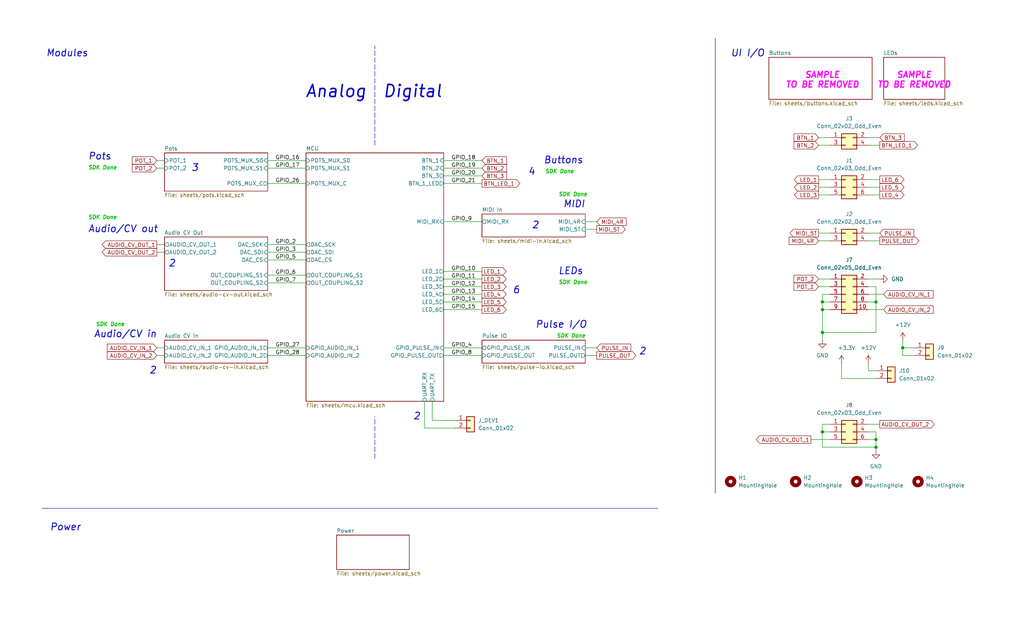
<source format=kicad_sch>
(kicad_sch (version 20250114) (generator "eeschema") (generator_version "9.0")
  (paper "User" 340 210)
  (lib_symbols
    (symbol "Connector_Generic:Conn_01x02" (pin_names (offset 1.016) (hide yes))
      (property "Reference" "J" (at 0 2.54 0))
      (property "Value" "Conn_01x02" (at 0 -5.08 0))
      (symbol "Conn_01x02_1_1"
        (rectangle (start -1.27 1.27) (end 1.27 -3.81) (stroke (width 0.254)) (fill (type background)))
        (rectangle (start -1.27 0.127) (end 0 -0.127) (stroke (width 0.1524)))
        (rectangle (start -1.27 -2.413) (end 0 -2.667) (stroke (width 0.1524)))
        (pin passive line (at -5.08 0 0) (length 3.81) (name "Pin_1") (number "1"))
        (pin passive line (at -5.08 -2.54 0) (length 3.81) (name "Pin_2") (number "2"))
      )
    )
    (symbol "Connector_Generic:Conn_02x02_Odd_Even" (pin_names (offset 1.016) (hide yes))
      (property "Reference" "J" (at 1.27 2.54 0))
      (property "Value" "Conn_02x02_Odd_Even" (at 1.27 -5.08 0))
      (symbol "Conn_02x02_Odd_Even_1_1"
        (rectangle (start -1.27 1.27) (end 3.81 -3.81) (stroke (width 0.254)) (fill (type background)))
        (rectangle (start -1.27 0.127) (end 0 -0.127) (stroke (width 0.1524)))
        (rectangle (start -1.27 -2.413) (end 0 -2.667) (stroke (width 0.1524)))
        (rectangle (start 3.81 0.127) (end 2.54 -0.127) (stroke (width 0.1524)))
        (rectangle (start 3.81 -2.413) (end 2.54 -2.667) (stroke (width 0.1524)))
        (pin passive line (at -5.08 0 0) (length 3.81) (name "Pin_1") (number "1"))
        (pin passive line (at -5.08 -2.54 0) (length 3.81) (name "Pin_3") (number "3"))
        (pin passive line (at 7.62 0 180) (length 3.81) (name "Pin_2") (number "2"))
        (pin passive line (at 7.62 -2.54 180) (length 3.81) (name "Pin_4") (number "4"))
      )
    )
    (symbol "Connector_Generic:Conn_02x03_Odd_Even" (pin_names (offset 1.016) (hide yes))
      (property "Reference" "J" (at 1.27 5.08 0))
      (property "Value" "Conn_02x03_Odd_Even" (at 1.27 -5.08 0))
      (symbol "Conn_02x03_Odd_Even_1_1"
        (rectangle (start -1.27 3.81) (end 3.81 -3.81) (stroke (width 0.254)) (fill (type background)))
        (rectangle (start -1.27 2.667) (end 0 2.413) (stroke (width 0.1524)))
        (rectangle (start -1.27 0.127) (end 0 -0.127) (stroke (width 0.1524)))
        (rectangle (start -1.27 -2.413) (end 0 -2.667) (stroke (width 0.1524)))
        (rectangle (start 3.81 2.667) (end 2.54 2.413) (stroke (width 0.1524)))
        (rectangle (start 3.81 0.127) (end 2.54 -0.127) (stroke (width 0.1524)))
        (rectangle (start 3.81 -2.413) (end 2.54 -2.667) (stroke (width 0.1524)))
        (pin passive line (at -5.08 2.54 0) (length 3.81) (name "Pin_1") (number "1"))
        (pin passive line (at -5.08 0 0) (length 3.81) (name "Pin_3") (number "3"))
        (pin passive line (at -5.08 -2.54 0) (length 3.81) (name "Pin_5") (number "5"))
        (pin passive line (at 7.62 2.54 180) (length 3.81) (name "Pin_2") (number "2"))
        (pin passive line (at 7.62 0 180) (length 3.81) (name "Pin_4") (number "4"))
        (pin passive line (at 7.62 -2.54 180) (length 3.81) (name "Pin_6") (number "6"))
      )
    )
    (symbol "Connector_Generic:Conn_02x05_Odd_Even" (pin_names (offset 1.016) (hide yes))
      (property "Reference" "J" (at 1.27 7.62 0))
      (property "Value" "Conn_02x05_Odd_Even" (at 1.27 -7.62 0))
      (symbol "Conn_02x05_Odd_Even_1_1"
        (rectangle (start -1.27 6.35) (end 3.81 -6.35) (stroke (width 0.254)) (fill (type background)))
        (rectangle (start -1.27 5.207) (end 0 4.953) (stroke (width 0.1524)))
        (rectangle (start -1.27 2.667) (end 0 2.413) (stroke (width 0.1524)))
        (rectangle (start -1.27 0.127) (end 0 -0.127) (stroke (width 0.1524)))
        (rectangle (start -1.27 -2.413) (end 0 -2.667) (stroke (width 0.1524)))
        (rectangle (start -1.27 -4.953) (end 0 -5.207) (stroke (width 0.1524)))
        (rectangle (start 3.81 5.207) (end 2.54 4.953) (stroke (width 0.1524)))
        (rectangle (start 3.81 2.667) (end 2.54 2.413) (stroke (width 0.1524)))
        (rectangle (start 3.81 0.127) (end 2.54 -0.127) (stroke (width 0.1524)))
        (rectangle (start 3.81 -2.413) (end 2.54 -2.667) (stroke (width 0.1524)))
        (rectangle (start 3.81 -4.953) (end 2.54 -5.207) (stroke (width 0.1524)))
        (pin passive line (at -5.08 5.08 0) (length 3.81) (name "Pin_1") (number "1"))
        (pin passive line (at -5.08 2.54 0) (length 3.81) (name "Pin_3") (number "3"))
        (pin passive line (at -5.08 0 0) (length 3.81) (name "Pin_5") (number "5"))
        (pin passive line (at -5.08 -2.54 0) (length 3.81) (name "Pin_7") (number "7"))
        (pin passive line (at -5.08 -5.08 0) (length 3.81) (name "Pin_9") (number "9"))
        (pin passive line (at 7.62 5.08 180) (length 3.81) (name "Pin_2") (number "2"))
        (pin passive line (at 7.62 2.54 180) (length 3.81) (name "Pin_4") (number "4"))
        (pin passive line (at 7.62 0 180) (length 3.81) (name "Pin_6") (number "6"))
        (pin passive line (at 7.62 -2.54 180) (length 3.81) (name "Pin_8") (number "8"))
        (pin passive line (at 7.62 -5.08 180) (length 3.81) (name "Pin_10") (number "10"))
      )
    )
    (symbol "Mechanical:MountingHole" (pin_names (offset 1.016)) (in_bom no)
      (property "Reference" "H" (at 0 5.08 0))
      (property "Value" "MountingHole" (at 0 3.175 0))
      (symbol "MountingHole_0_1"
        (circle (center 0 0) (radius 1.27) (stroke (width 1.27)))
      )
    )
    (symbol "power:+12V" (power) (pin_numbers (hide yes)) (pin_names (offset 0) (hide yes))
      (property "Value" "+12V" (at 0 3.556 0))
      (symbol "+12V_0_1"
        (polyline (pts (xy -0.762 1.27) (xy 0 2.54)))
        (polyline (pts (xy 0 2.54) (xy 0.762 1.27)))
        (polyline (pts (xy 0 0) (xy 0 2.54)))
      )
      (symbol "+12V_1_1"
        (pin power_in line (at 0 0 90) (length 0) (name "~") (number "1"))
      )
    )
    (symbol "power:+3.3V" (power) (pin_numbers (hide yes)) (pin_names (offset 0) (hide yes))
      (property "Value" "+3.3V" (at 0 3.556 0))
      (symbol "+3.3V_0_1"
        (polyline (pts (xy -0.762 1.27) (xy 0 2.54)))
        (polyline (pts (xy 0 2.54) (xy 0.762 1.27)))
        (polyline (pts (xy 0 0) (xy 0 2.54)))
      )
      (symbol "+3.3V_1_1"
        (pin power_in line (at 0 0 90) (length 0) (name "~") (number "1"))
      )
    )
    (symbol "power:GND" (power) (pin_numbers (hide yes)) (pin_names (offset 0) (hide yes))
      (property "Value" "GND" (at 0 -3.81 0))
      (symbol "GND_0_1"
        (polyline (pts (xy 0 0) (xy 0 -1.27) (xy 1.27 -1.27) (xy 0 -2.54) (xy -1.27 -1.27) (xy 0 -1.27)))
      )
      (symbol "GND_1_1"
        (pin power_in line (at 0 0 270) (length 0) (name "~") (number "1"))
      )
    )
  )
  (text "Power" (at 16.51 175.26 0) (effects (font (size 2.27 2.27) (thickness 0.2838) (italic yes)) (justify left)))
  (text "Audio/CV in" (at 31.115 111.125 0) (effects (font (size 2.27 2.27) (thickness 0.2838) (italic yes)) (justify left)))
  (text "SAMPLE\nTO BE REMOVED" (at 273.05 26.67 0) (effects (font (size 2 2) (thickness 0.4) (bold yes) (italic yes))))
  (text "Pulse I/O" (at 194.945 107.95 0) (effects (font (size 2.27 2.27) (thickness 0.2838) (italic yes)) (justify right)))
  (text "6" (at 170.18 96.52 0) (effects (font (size 2.27 2.27) (thickness 0.2838) (italic yes)) (justify left)))
  (text "Audio/CV out" (at 29.21 76.2 0) (effects (font (size 2.27 2.27) (thickness 0.2838) (italic yes)) (justify left)))
  (text "4" (at 175.26 57.15 0) (effects (font (size 2.27 2.27) (thickness 0.2838) (italic yes)) (justify left)))
  (text "SDK Done" (at 29.21 55.88 0) (effects (font (size 1.27 1.27) (thickness 0.254) (bold yes) (italic yes)) (justify left)))
  (text "SDK Done" (at 31.75 107.95 0) (effects (font (size 1.27 1.27) (thickness 0.254) (bold yes) (italic yes)) (justify left)))
  (text "SAMPLE\nTO BE REMOVED" (at 303.53 26.67 0) (effects (font (size 2 2) (thickness 0.4) (bold yes) (italic yes))))
  (text "SDK Done" (at 29.21 72.39 0) (effects (font (size 1.27 1.27) (thickness 0.254) (bold yes) (italic yes)) (justify left)))
  (text "2" (at 212.09 116.84 0) (effects (font (size 2.27 2.27) (thickness 0.2838) (italic yes)) (justify left)))
  (text "LEDs" (at 193.675 90.17 0) (effects (font (size 2.27 2.27) (thickness 0.2838) (italic yes)) (justify right)))
  (text "Modules" (at 15.24 17.78 0) (effects (font (size 2.27 2.27) (thickness 0.2838) (italic yes)) (justify left)))
  (text "2" (at 49.53 123.19 0) (effects (font (size 2.27 2.27) (thickness 0.2838) (italic yes)) (justify left)))
  (text "SDK Done" (at 185.42 93.98 0) (effects (font (size 1.27 1.27) (thickness 0.254) (bold yes) (italic yes)) (justify left)))
  (text "2" (at 137.16 138.43 0) (effects (font (size 2.27 2.27) (thickness 0.2838) (italic yes)) (justify left)))
  (text "Buttons" (at 193.675 53.34 0) (effects (font (size 2.27 2.27) (thickness 0.2838) (italic yes)) (justify right)))
  (text "2" (at 55.88 87.63 0) (effects (font (size 2.27 2.27) (thickness 0.2838) (italic yes)) (justify left)))
  (text "2" (at 176.53 74.93 0) (effects (font (size 2.27 2.27) (thickness 0.2838) (italic yes)) (justify left)))
  (text "SDK Done" (at 185.42 64.77 0) (effects (font (size 1.27 1.27) (thickness 0.254) (bold yes) (italic yes)) (justify left)))
  (text "Analog" (at 121.92 30.48 0) (effects (font (size 4 4) (thickness 0.5) (italic yes)) (justify right)))
  (text "SDK Done" (at 180.975 57.15 0) (effects (font (size 1.27 1.27) (thickness 0.254) (bold yes) (italic yes)) (justify left)))
  (text "Pots" (at 29.21 52.07 0) (effects (font (size 2.27 2.27) (thickness 0.2838) (italic yes)) (justify left)))
  (text "SDK Done" (at 184.785 111.76 0) (effects (font (size 1.27 1.27) (thickness 0.254) (bold yes) (italic yes)) (justify left)))
  (text "Digital" (at 127 30.48 0) (effects (font (size 4 4) (thickness 0.5) (italic yes)) (justify left)))
  (text "MIDI" (at 194.31 67.945 0) (effects (font (size 2.27 2.27) (thickness 0.2838) (italic yes)) (justify right)))
  (text "3" (at 63.5 55.88 0) (effects (font (size 2.27 2.27) (thickness 0.2838) (italic yes)) (justify left)))
  (text "UI I/O" (at 242.57 17.78 0) (effects (font (size 2.27 2.27) (thickness 0.2838) (italic yes)) (justify left)))
  (junction (at 273.05 100.33))
  (junction (at 299.72 115.57))
  (junction (at 273.05 143.51))
  (junction (at 290.83 148.59))
  (junction (at 273.05 110.49))
  (junction (at 273.05 102.87))
  (junction (at 290.83 146.05))
  (junction (at 290.83 100.33))
  (polyline (pts (xy 124.46 48.26) (xy 124.46 15.24)) (stroke (width 0) (type dash)))
  (wire (pts (xy 88.9 93.98) (xy 101.6 93.98)))
  (wire (pts (xy 271.78 45.72) (xy 275.59 45.72)))
  (wire (pts (xy 271.78 48.26) (xy 275.59 48.26)))
  (wire (pts (xy 147.32 55.88) (xy 160.02 55.88)))
  (wire (pts (xy 271.78 80.01) (xy 275.59 80.01)))
  (wire (pts (xy 88.9 81.28) (xy 101.6 81.28)))
  (wire (pts (xy 292.1 45.72) (xy 288.29 45.72)))
  (wire (pts (xy 147.32 97.79) (xy 160.02 97.79)))
  (wire (pts (xy 194.31 76.2) (xy 198.12 76.2)))
  (wire (pts (xy 194.31 118.11) (xy 198.12 118.11)))
  (wire (pts (xy 288.29 120.65) (xy 288.29 123.19)))
  (wire (pts (xy 299.72 115.57) (xy 299.72 118.11)))
  (polyline (pts (xy 124.46 152.4) (xy 124.46 138.43)) (stroke (width 0) (type dash)))
  (wire (pts (xy 292.1 59.69) (xy 288.29 59.69)))
  (wire (pts (xy 292.1 80.01) (xy 288.29 80.01)))
  (wire (pts (xy 140.97 133.35) (xy 140.97 142.24)))
  (wire (pts (xy 147.32 118.11) (xy 160.02 118.11)))
  (wire (pts (xy 288.29 123.19) (xy 290.83 123.19)))
  (wire (pts (xy 293.37 102.87) (xy 288.29 102.87)))
  (wire (pts (xy 271.78 95.25) (xy 275.59 95.25)))
  (wire (pts (xy 88.9 60.96) (xy 101.6 60.96)))
  (wire (pts (xy 290.83 100.33) (xy 290.83 110.49)))
  (wire (pts (xy 290.83 95.25) (xy 290.83 100.33)))
  (wire (pts (xy 290.83 110.49) (xy 273.05 110.49)))
  (wire (pts (xy 271.78 59.69) (xy 275.59 59.69)))
  (wire (pts (xy 147.32 92.71) (xy 160.02 92.71)))
  (wire (pts (xy 52.07 55.88) (xy 54.61 55.88)))
  (wire (pts (xy 273.05 143.51) (xy 275.59 143.51)))
  (wire (pts (xy 52.07 83.82) (xy 54.61 83.82)))
  (wire (pts (xy 290.83 148.59) (xy 290.83 149.86)))
  (wire (pts (xy 52.07 53.34) (xy 54.61 53.34)))
  (wire (pts (xy 273.05 148.59) (xy 290.83 148.59)))
  (wire (pts (xy 88.9 118.11) (xy 101.6 118.11)))
  (wire (pts (xy 290.83 146.05) (xy 290.83 148.59)))
  (wire (pts (xy 147.32 58.42) (xy 160.02 58.42)))
  (wire (pts (xy 273.05 97.79) (xy 275.59 97.79)))
  (wire (pts (xy 288.29 100.33) (xy 290.83 100.33)))
  (wire (pts (xy 88.9 91.44) (xy 101.6 91.44)))
  (wire (pts (xy 147.32 90.17) (xy 160.02 90.17)))
  (wire (pts (xy 292.1 140.97) (xy 288.29 140.97)))
  (wire (pts (xy 198.12 115.57) (xy 194.31 115.57)))
  (wire (pts (xy 140.97 142.24) (xy 151.13 142.24)))
  (wire (pts (xy 147.32 102.87) (xy 160.02 102.87)))
  (wire (pts (xy 273.05 140.97) (xy 273.05 143.51)))
  (wire (pts (xy 88.9 115.57) (xy 101.6 115.57)))
  (wire (pts (xy 271.78 64.77) (xy 275.59 64.77)))
  (wire (pts (xy 290.83 143.51) (xy 290.83 146.05)))
  (wire (pts (xy 288.29 146.05) (xy 290.83 146.05)))
  (wire (pts (xy 273.05 113.03) (xy 273.05 110.49)))
  (wire (pts (xy 279.4 125.73) (xy 279.4 120.65)))
  (wire (pts (xy 147.32 53.34) (xy 160.02 53.34)))
  (wire (pts (xy 147.32 100.33) (xy 160.02 100.33)))
  (wire (pts (xy 288.29 92.71) (xy 292.1 92.71)))
  (wire (pts (xy 52.07 115.57) (xy 54.61 115.57)))
  (wire (pts (xy 273.05 97.79) (xy 273.05 100.33)))
  (wire (pts (xy 88.9 86.36) (xy 101.6 86.36)))
  (wire (pts (xy 288.29 97.79) (xy 293.37 97.79)))
  (wire (pts (xy 52.07 81.28) (xy 54.61 81.28)))
  (wire (pts (xy 271.78 62.23) (xy 275.59 62.23)))
  (wire (pts (xy 52.07 118.11) (xy 54.61 118.11)))
  (wire (pts (xy 143.51 133.35) (xy 143.51 139.7)))
  (wire (pts (xy 273.05 100.33) (xy 273.05 102.87)))
  (wire (pts (xy 273.05 102.87) (xy 273.05 110.49)))
  (wire (pts (xy 273.05 102.87) (xy 275.59 102.87)))
  (wire (pts (xy 273.05 143.51) (xy 273.05 148.59)))
  (wire (pts (xy 198.12 73.66) (xy 194.31 73.66)))
  (wire (pts (xy 290.83 125.73) (xy 279.4 125.73)))
  (polyline (pts (xy 237.49 12.7) (xy 237.49 163.83)))
  (wire (pts (xy 143.51 139.7) (xy 151.13 139.7)))
  (wire (pts (xy 275.59 140.97) (xy 273.05 140.97)))
  (wire (pts (xy 288.29 143.51) (xy 290.83 143.51)))
  (wire (pts (xy 299.72 113.03) (xy 299.72 115.57)))
  (wire (pts (xy 292.1 64.77) (xy 288.29 64.77)))
  (wire (pts (xy 271.78 77.47) (xy 275.59 77.47)))
  (wire (pts (xy 299.72 115.57) (xy 303.53 115.57)))
  (wire (pts (xy 299.72 118.11) (xy 303.53 118.11)))
  (wire (pts (xy 288.29 95.25) (xy 290.83 95.25)))
  (wire (pts (xy 147.32 95.25) (xy 160.02 95.25)))
  (wire (pts (xy 88.9 83.82) (xy 101.6 83.82)))
  (polyline (pts (xy 13.97 168.91) (xy 218.44 168.91)))
  (wire (pts (xy 292.1 77.47) (xy 288.29 77.47)))
  (wire (pts (xy 147.32 60.96) (xy 160.02 60.96)))
  (wire (pts (xy 292.1 62.23) (xy 288.29 62.23)))
  (wire (pts (xy 271.78 92.71) (xy 275.59 92.71)))
  (wire (pts (xy 88.9 53.34) (xy 101.6 53.34)))
  (wire (pts (xy 269.24 146.05) (xy 275.59 146.05)))
  (wire (pts (xy 147.32 73.66) (xy 160.02 73.66)))
  (wire (pts (xy 88.9 55.88) (xy 101.6 55.88)))
  (wire (pts (xy 147.32 115.57) (xy 160.02 115.57)))
  (wire (pts (xy 292.1 48.26) (xy 288.29 48.26)))
  (wire (pts (xy 275.59 100.33) (xy 273.05 100.33)))
  (label "GPIO_14" (at 149.86 100.33 0))
  (label "GPIO_19" (at 149.86 55.88 0))
  (label "GPIO_11" (at 149.86 92.71 0))
  (label "GPIO_3" (at 91.44 83.82 0))
  (label "GPIO_15" (at 149.86 102.87 0))
  (label "GPIO_5" (at 91.44 86.36 0))
  (label "GPIO_21" (at 149.86 60.96 0))
  (label "GPIO_10" (at 149.86 90.17 0))
  (label "GPIO_28" (at 91.44 118.11 0))
  (label "GPIO_13" (at 149.86 97.79 0))
  (label "GPIO_17" (at 91.44 55.88 0))
  (label "GPIO_27" (at 91.44 115.57 0))
  (label "GPIO_26" (at 91.44 60.96 0))
  (label "GPIO_18" (at 149.86 53.34 0))
  (label "GPIO_9" (at 149.86 73.66 0))
  (label "GPIO_7" (at 91.44 93.98 0))
  (label "GPIO_16" (at 91.44 53.34 0))
  (label "GPIO_12" (at 149.86 95.25 0))
  (label "GPIO_4" (at 149.86 115.57 0))
  (label "GPIO_2" (at 91.44 81.28 0))
  (label "GPIO_8" (at 149.86 118.11 0))
  (label "GPIO_6" (at 91.44 91.44 0))
  (label "GPIO_20" (at 149.86 58.42 0))
  (global_label "MIDI_5T" (shape output) (at 198.12 76.2 0) (property "Intersheetrefs" "${INTERSHEET_REFS}" (effects (hide yes))))
  (global_label "MIDI_5T" (shape output) (at 271.78 77.47 180) (property "Intersheetrefs" "${INTERSHEET_REFS}" (effects (hide yes))))
  (global_label "AUDIO_CV_OUT_1" (shape output) (at 52.07 81.28 180) (property "Intersheetrefs" "${INTERSHEET_REFS}" (effects (hide yes))))
  (global_label "LED_5" (shape output) (at 160.02 100.33 0) (property "Intersheetrefs" "${INTERSHEET_REFS}" (effects (hide yes))))
  (global_label "LED_2" (shape output) (at 271.78 62.23 180) (property "Intersheetrefs" "${INTERSHEET_REFS}" (effects (hide yes))))
  (global_label "POT_2" (shape input) (at 271.78 92.71 180) (property "Intersheetrefs" "${INTERSHEET_REFS}" (effects (hide yes))))
  (global_label "PULSE_OUT" (shape output) (at 198.12 118.11 0) (property "Intersheetrefs" "${INTERSHEET_REFS}" (effects (hide yes))))
  (global_label "AUDIO_CV_OUT_2" (shape output) (at 292.1 140.97 0) (property "Intersheetrefs" "${INTERSHEET_REFS}" (effects (hide yes))))
  (global_label "BTN_2" (shape input) (at 271.78 48.26 180) (property "Intersheetrefs" "${INTERSHEET_REFS}" (effects (hide yes))))
  (global_label "LED_4" (shape output) (at 160.02 97.79 0) (property "Intersheetrefs" "${INTERSHEET_REFS}" (effects (hide yes))))
  (global_label "BTN_1" (shape input) (at 160.02 53.34 0) (property "Intersheetrefs" "${INTERSHEET_REFS}" (effects (hide yes))))
  (global_label "POT_2" (shape input) (at 52.07 55.88 180) (property "Intersheetrefs" "${INTERSHEET_REFS}" (effects (hide yes))))
  (global_label "LED_5" (shape output) (at 292.1 62.23 0) (property "Intersheetrefs" "${INTERSHEET_REFS}" (effects (hide yes))))
  (global_label "LED_1" (shape output) (at 271.78 59.69 180) (property "Intersheetrefs" "${INTERSHEET_REFS}" (effects (hide yes))))
  (global_label "AUDIO_CV_IN_2" (shape input) (at 52.07 118.11 180) (property "Intersheetrefs" "${INTERSHEET_REFS}" (effects (hide yes))))
  (global_label "LED_6" (shape output) (at 292.1 59.69 0) (property "Intersheetrefs" "${INTERSHEET_REFS}" (effects (hide yes))))
  (global_label "LED_3" (shape output) (at 271.78 64.77 180) (property "Intersheetrefs" "${INTERSHEET_REFS}" (effects (hide yes))))
  (global_label "BTN_LED_1" (shape output) (at 292.1 48.26 0) (property "Intersheetrefs" "${INTERSHEET_REFS}" (effects (hide yes))))
  (global_label "BTN_2" (shape input) (at 160.02 55.88 0) (property "Intersheetrefs" "${INTERSHEET_REFS}" (effects (hide yes))))
  (global_label "MIDI_4R" (shape input) (at 198.12 73.66 0) (property "Intersheetrefs" "${INTERSHEET_REFS}" (effects (hide yes))))
  (global_label "LED_3" (shape output) (at 160.02 95.25 0) (property "Intersheetrefs" "${INTERSHEET_REFS}" (effects (hide yes))))
  (global_label "AUDIO_CV_IN_2" (shape input) (at 293.37 102.87 0) (property "Intersheetrefs" "${INTERSHEET_REFS}" (effects (hide yes))))
  (global_label "AUDIO_CV_IN_1" (shape input) (at 293.37 97.79 0) (property "Intersheetrefs" "${INTERSHEET_REFS}" (effects (hide yes))))
  (global_label "BTN_LED_1" (shape output) (at 160.02 60.96 0) (property "Intersheetrefs" "${INTERSHEET_REFS}" (effects (hide yes))))
  (global_label "MIDI_4R" (shape input) (at 271.78 80.01 180) (property "Intersheetrefs" "${INTERSHEET_REFS}" (effects (hide yes))))
  (global_label "AUDIO_CV_IN_1" (shape input) (at 52.07 115.57 180) (property "Intersheetrefs" "${INTERSHEET_REFS}" (effects (hide yes))))
  (global_label "BTN_3" (shape input) (at 160.02 58.42 0) (property "Intersheetrefs" "${INTERSHEET_REFS}" (effects (hide yes))))
  (global_label "PULSE_IN" (shape input) (at 292.1 77.47 0) (property "Intersheetrefs" "${INTERSHEET_REFS}" (effects (hide yes))))
  (global_label "LED_6" (shape output) (at 160.02 102.87 0) (property "Intersheetrefs" "${INTERSHEET_REFS}" (effects (hide yes))))
  (global_label "POT_1" (shape input) (at 271.78 95.25 180) (property "Intersheetrefs" "${INTERSHEET_REFS}" (effects (hide yes))))
  (global_label "LED_2" (shape output) (at 160.02 92.71 0) (property "Intersheetrefs" "${INTERSHEET_REFS}" (effects (hide yes))))
  (global_label "LED_4" (shape output) (at 292.1 64.77 0) (property "Intersheetrefs" "${INTERSHEET_REFS}" (effects (hide yes))))
  (global_label "AUDIO_CV_OUT_2" (shape output) (at 52.07 83.82 180) (property "Intersheetrefs" "${INTERSHEET_REFS}" (effects (hide yes))))
  (global_label "BTN_3" (shape input) (at 292.1 45.72 0) (property "Intersheetrefs" "${INTERSHEET_REFS}" (effects (hide yes))))
  (global_label "BTN_1" (shape input) (at 271.78 45.72 180) (property "Intersheetrefs" "${INTERSHEET_REFS}" (effects (hide yes))))
  (global_label "AUDIO_CV_OUT_1" (shape output) (at 269.24 146.05 180) (property "Intersheetrefs" "${INTERSHEET_REFS}" (effects (hide yes))))
  (global_label "PULSE_IN" (shape input) (at 198.12 115.57 0) (property "Intersheetrefs" "${INTERSHEET_REFS}" (effects (hide yes))))
  (global_label "POT_1" (shape input) (at 52.07 53.34 180) (property "Intersheetrefs" "${INTERSHEET_REFS}" (effects (hide yes))))
  (global_label "LED_1" (shape output) (at 160.02 90.17 0) (property "Intersheetrefs" "${INTERSHEET_REFS}" (effects (hide yes))))
  (global_label "PULSE_OUT" (shape output) (at 292.1 80.01 0) (property "Intersheetrefs" "${INTERSHEET_REFS}" (effects (hide yes))))
  (symbol (lib_id "power:GND") (at 290.83 149.86 0) (unit 1)
    (property "Reference" "#PWR013" (effects (hide yes)))
    (property "Value" "GND" (at 290.83 154.94 0))
    (property "Description" "Power symbol creates a global label with name \"GND\" , ground" (effects (hide yes)))
  )
  (symbol (lib_id "Connector_Generic:Conn_02x02_Odd_Even") (at 280.67 45.72 0) (unit 1)
    (property "Reference" "J3" (at 281.94 39.37 0))
    (property "Value" "Conn_02x02_Odd_Even" (at 281.94 41.91 0))
    (property "Footprint" "Connector_PinHeader_2.54mm:PinHeader_2x02_P2.54mm_Vertical" (effects (hide yes)))
    (property "Description" "Generic connector, double row, 02x02, odd/even pin numbering scheme (row 1 odd numbers, row 2 even numbers), script generated (kicad-library-utils/schlib/autogen/connector/)" (effects (hide yes)))
    (property "Vendor" "Mouser" (effects (hide yes)))
  )
  (symbol (lib_id "power:GND") (at 292.1 92.71 90) (unit 1)
    (property "Reference" "#PWR076" (effects (hide yes)))
    (property "Value" "GND" (at 295.91 92.7099 90) (effects (justify right)))
    (property "Description" "Power symbol creates a global label with name \"GND\" , ground" (effects (hide yes)))
  )
  (symbol (lib_id "Mechanical:MountingHole") (at 264.16 160.02 0) (unit 1) (in_bom no)
    (property "Reference" "H2" (at 266.7 158.7499 0) (effects (justify left)))
    (property "Value" "MountingHole" (at 266.7 161.2899 0) (effects (justify left)))
    (property "Footprint" "MountingHole:MountingHole_3.2mm_M3_DIN965_Pad" (effects (hide yes)))
    (property "Description" "Mounting Hole without connection" (effects (hide yes)))
    (property "Vendor" "N/A" (effects (hide yes)))
  )
  (symbol (lib_id "Mechanical:MountingHole") (at 242.57 160.02 0) (unit 1) (in_bom no)
    (property "Reference" "H1" (at 245.11 158.7499 0) (effects (justify left)))
    (property "Value" "MountingHole" (at 245.11 161.2899 0) (effects (justify left)))
    (property "Footprint" "MountingHole:MountingHole_3.2mm_M3_DIN965_Pad" (effects (hide yes)))
    (property "Description" "Mounting Hole without connection" (effects (hide yes)))
    (property "Vendor" "N/A" (effects (hide yes)))
  )
  (symbol (lib_id "power:+12V") (at 299.72 113.03 0) (unit 1)
    (property "Reference" "#PWR067" (effects (hide yes)))
    (property "Value" "+12V" (at 299.72 107.95 0))
    (property "Description" "Power symbol creates a global label with name \"+12V\"" (effects (hide yes)))
  )
  (symbol (lib_id "power:+12V") (at 288.29 120.65 0) (unit 1)
    (property "Reference" "#PWR012" (effects (hide yes)))
    (property "Value" "+12V" (at 288.29 115.57 0))
    (property "Description" "Power symbol creates a global label with name \"+12V\"" (effects (hide yes)))
  )
  (symbol (lib_id "Connector_Generic:Conn_02x05_Odd_Even") (at 280.67 97.79 0) (unit 1)
    (property "Reference" "J7" (at 281.94 86.36 0))
    (property "Value" "Conn_02x05_Odd_Even" (at 281.94 88.9 0))
    (property "Footprint" "Connector_PinHeader_2.54mm:PinHeader_2x05_P2.54mm_Vertical" (effects (hide yes)))
    (property "Description" "Generic connector, double row, 02x05, odd/even pin numbering scheme (row 1 odd numbers, row 2 even numbers), script generated (kicad-library-utils/schlib/autogen/connector/)" (effects (hide yes)))
    (property "Vendor" "Mouser" (effects (hide yes)))
  )
  (symbol (lib_id "power:+3.3V") (at 279.4 120.65 0) (unit 1)
    (property "Reference" "#PWR062" (effects (hide yes)))
    (property "Value" "+3.3V" (at 278.13 115.57 0) (effects (justify left)))
    (property "Description" "Power symbol creates a global label with name \"+3.3V\"" (effects (hide yes)))
  )
  (symbol (lib_id "Mechanical:MountingHole") (at 284.48 160.02 0) (unit 1) (in_bom no)
    (property "Reference" "H3" (at 287.02 158.7499 0) (effects (justify left)))
    (property "Value" "MountingHole" (at 287.02 161.2899 0) (effects (justify left)))
    (property "Footprint" "MountingHole:MountingHole_3.2mm_M3_DIN965_Pad" (effects (hide yes)))
    (property "Description" "Mounting Hole without connection" (effects (hide yes)))
    (property "Vendor" "N/A" (effects (hide yes)))
  )
  (symbol (lib_id "Connector_Generic:Conn_02x03_Odd_Even") (at 280.67 143.51 0) (unit 1)
    (property "Reference" "J8" (at 281.94 134.62 0))
    (property "Value" "Conn_02x03_Odd_Even" (at 281.94 137.16 0))
    (property "Footprint" "Connector_PinHeader_2.54mm:PinHeader_2x03_P2.54mm_Vertical" (effects (hide yes)))
    (property "Description" "Generic connector, double row, 02x03, odd/even pin numbering scheme (row 1 odd numbers, row 2 even numbers), script generated (kicad-library-utils/schlib/autogen/connector/)" (effects (hide yes)))
    (property "Vendor" "Mouser" (effects (hide yes)))
  )
  (symbol (lib_id "Connector_Generic:Conn_01x02") (at 308.61 115.57 0) (unit 1)
    (property "Reference" "J9" (at 311.15 115.5699 0) (effects (justify left)))
    (property "Value" "Conn_01x02" (at 311.15 118.1099 0) (effects (justify left)))
    (property "Footprint" "Connector_PinHeader_2.54mm:PinHeader_1x02_P2.54mm_Vertical" (effects (hide yes)))
    (property "Description" "Generic connector, single row, 01x02, script generated (kicad-library-utils/schlib/autogen/connector/)" (effects (hide yes)))
    (property "Vendor" "Mouser" (effects (hide yes)))
  )
  (symbol (lib_id "Mechanical:MountingHole") (at 304.8 160.02 0) (unit 1) (in_bom no)
    (property "Reference" "H4" (at 307.34 158.7499 0) (effects (justify left)))
    (property "Value" "MountingHole" (at 307.34 161.2899 0) (effects (justify left)))
    (property "Footprint" "MountingHole:MountingHole_3.2mm_M3_DIN965_Pad" (effects (hide yes)))
    (property "Description" "Mounting Hole without connection" (effects (hide yes)))
    (property "Vendor" "N/A" (effects (hide yes)))
  )
  (symbol (lib_id "Connector_Generic:Conn_01x02") (at 295.91 123.19 0) (unit 1)
    (property "Reference" "J10" (at 298.45 123.1899 0) (effects (justify left)))
    (property "Value" "Conn_01x02" (at 298.45 125.7299 0) (effects (justify left)))
    (property "Footprint" "Connector_PinHeader_2.54mm:PinHeader_1x02_P2.54mm_Vertical" (effects (hide yes)))
    (property "Description" "Generic connector, single row, 01x02, script generated (kicad-library-utils/schlib/autogen/connector/)" (effects (hide yes)))
    (property "Vendor" "Mouser" (effects (hide yes)))
  )
  (symbol (lib_id "Connector_Generic:Conn_01x02") (at 156.21 139.7 0) (unit 1)
    (property "Reference" "J_DEV1" (at 158.75 139.6999 0) (effects (justify left)))
    (property "Value" "Conn_01x02" (at 158.75 142.2399 0) (effects (justify left)))
    (property "Footprint" "Connector_PinHeader_2.54mm:PinHeader_1x02_P2.54mm_Vertical" (effects (hide yes)))
    (property "Description" "Generic connector, single row, 01x02, script generated (kicad-library-utils/schlib/autogen/connector/)" (effects (hide yes)))
  )
  (symbol (lib_id "power:GND") (at 273.05 113.03 0) (unit 1)
    (property "Reference" "#PWR074" (effects (hide yes)))
    (property "Value" "GND" (at 273.05 118.11 0))
    (property "Description" "Power symbol creates a global label with name \"GND\" , ground" (effects (hide yes)))
  )
  (symbol (lib_id "Connector_Generic:Conn_02x03_Odd_Even") (at 280.67 62.23 0) (unit 1)
    (property "Reference" "J1" (at 281.94 53.34 0))
    (property "Value" "Conn_02x03_Odd_Even" (at 281.94 55.88 0))
    (property "Footprint" "Connector_PinHeader_2.54mm:PinHeader_2x03_P2.54mm_Vertical" (effects (hide yes)))
    (property "Description" "Generic connector, double row, 02x03, odd/even pin numbering scheme (row 1 odd numbers, row 2 even numbers), script generated (kicad-library-utils/schlib/autogen/connector/)" (effects (hide yes)))
    (property "Vendor" "Mouser" (effects (hide yes)))
  )
  (symbol (lib_id "Connector_Generic:Conn_02x02_Odd_Even") (at 280.67 77.47 0) (unit 1)
    (property "Reference" "J2" (at 281.94 71.12 0))
    (property "Value" "Conn_02x02_Odd_Even" (at 281.94 73.66 0))
    (property "Footprint" "Connector_PinHeader_2.54mm:PinHeader_2x02_P2.54mm_Vertical" (effects (hide yes)))
    (property "Description" "Generic connector, double row, 02x02, odd/even pin numbering scheme (row 1 odd numbers, row 2 even numbers), script generated (kicad-library-utils/schlib/autogen/connector/)" (effects (hide yes)))
    (property "Vendor" "Mouser" (effects (hide yes)))
  )
  (sheet (at 293.37 19.05) (size 20.32 13.97) (stroke (width 0.1524))
    (property "Sheetname" "LEDs" (at 293.37 18.3384 0) (effects (justify left bottom)))
    (property "Sheetfile" "sheets/leds.kicad_sch" (at 293.37 33.6046 0) (effects (justify left top)))
  )
  (sheet (at 54.61 113.03) (size 34.29 7.62) (stroke (width 0.1524))
    (property "Sheetname" "Audio CV In" (at 54.61 112.3184 0) (effects (justify left bottom)))
    (property "Sheetfile" "sheets/audio-cv-in.kicad_sch" (at 54.61 121.2346 0) (effects (justify left top)))
    (pin "AUDIO_CV_IN_1" input (at 54.61 115.57 180))
    (pin "AUDIO_CV_IN_2" input (at 54.61 118.11 180))
    (pin "GPIO_AUDIO_IN_1" output (at 88.9 115.57 0))
    (pin "GPIO_AUDIO_IN_2" output (at 88.9 118.11 0))
  )
  (sheet (at 54.61 50.8) (size 34.29 12.7) (stroke (width 0.1524))
    (property "Sheetname" "Pots" (at 54.61 50.0884 0) (effects (justify left bottom)))
    (property "Sheetfile" "sheets/pots.kicad_sch" (at 54.61 64.0846 0) (effects (justify left top)))
    (pin "POTS_MUX_C" output (at 88.9 60.96 0))
    (pin "POTS_MUX_S0" input (at 88.9 53.34 0))
    (pin "POTS_MUX_S1" input (at 88.9 55.88 0))
    (pin "POT_1" input (at 54.61 53.34 180))
    (pin "POT_2" input (at 54.61 55.88 180))
  )
  (sheet (at 160.02 71.12) (size 34.29 7.62) (stroke (width 0.1524))
    (property "Sheetname" "MIDI In" (at 160.02 70.4084 0) (effects (justify left bottom)))
    (property "Sheetfile" "sheets/midi-in.kicad_sch" (at 160.02 79.3246 0) (effects (justify left top)))
    (pin "MIDI_4R" input (at 194.31 73.66 0))
    (pin "MIDI_5T" input (at 194.31 76.2 0))
    (pin "MIDI_RX" output (at 160.02 73.66 180))
  )
  (sheet (at 111.76 177.8) (size 24.13 11.43) (stroke (width 0.1524))
    (property "Sheetname" "Power" (at 111.76 177.0884 0) (effects (justify left bottom)))
    (property "Sheetfile" "sheets/power.kicad_sch" (at 111.76 189.8146 0) (effects (justify left top)))
  )
  (sheet (at 54.61 78.74) (size 34.29 17.78) (stroke (width 0.1524))
    (property "Sheetname" "Audio CV Out" (at 54.61 78.0284 0) (effects (justify left bottom)))
    (property "Sheetfile" "sheets/audio-cv-out.kicad_sch" (at 54.61 97.1046 0) (effects (justify left top)))
    (pin "AUDIO_CV_OUT_1" output (at 54.61 81.28 180))
    (pin "DAC_CS" input (at 88.9 86.36 0))
    (pin "DAC_SCK" input (at 88.9 81.28 0))
    (pin "DAC_SDI" input (at 88.9 83.82 0))
    (pin "AUDIO_CV_OUT_2" output (at 54.61 83.82 180))
    (pin "OUT_COUPLING_S1" input (at 88.9 91.44 0))
    (pin "OUT_COUPLING_S2" input (at 88.9 93.98 0))
  )
  (sheet (at 255.27 19.05) (size 34.29 13.97) (stroke (width 0.1524))
    (property "Sheetname" "Buttons" (at 255.27 18.3384 0) (effects (justify left bottom)))
    (property "Sheetfile" "sheets/buttons.kicad_sch" (at 255.27 33.6046 0) (effects (justify left top)))
  )
  (sheet (at 160.02 113.03) (size 34.29 7.62) (stroke (width 0.1524))
    (property "Sheetname" "Pulse IO" (at 160.02 112.3184 0) (effects (justify left bottom)))
    (property "Sheetfile" "sheets/pulse-io.kicad_sch" (at 160.02 121.2346 0) (effects (justify left top)))
    (pin "GPIO_PULSE_IN" output (at 160.02 115.57 180))
    (pin "GPIO_PULSE_OUT" input (at 160.02 118.11 180))
    (pin "PULSE_IN" input (at 194.31 115.57 0))
    (pin "PULSE_OUT" output (at 194.31 118.11 0))
  )
  (sheet (at 101.6 50.8) (size 45.72 82.55) (stroke (width 0.1524))
    (property "Sheetname" "MCU" (at 101.6 50.0884 0) (effects (justify left bottom)))
    (property "Sheetfile" "sheets/mcu.kicad_sch" (at 101.6 133.9346 0) (effects (justify left top)))
    (pin "POTS_MUX_C" input (at 101.6 60.96 180))
    (pin "POTS_MUX_S0" input (at 101.6 53.34 180))
    (pin "POTS_MUX_S1" input (at 101.6 55.88 180))
    (pin "LED_1" output (at 147.32 90.17 0))
    (pin "LED_2" output (at 147.32 92.71 0))
    (pin "LED_3" output (at 147.32 95.25 0))
    (pin "LED_4" output (at 147.32 97.79 0))
    (pin "LED_5" output (at 147.32 100.33 0))
    (pin "LED_6" output (at 147.32 102.87 0))
    (pin "MIDI_RX" input (at 147.32 73.66 0))
    (pin "BTN_1" input (at 147.32 53.34 0))
    (pin "BTN_2" input (at 147.32 55.88 0))
    (pin "BTN_3" output (at 147.32 58.42 0))
    (pin "BTN_1_LED" output (at 147.32 60.96 0))
    (pin "UART_RX" input (at 140.97 133.35 270))
    (pin "UART_TX" input (at 143.51 133.35 270))
    (pin "DAC_CS" output (at 101.6 86.36 180))
    (pin "DAC_SCK" output (at 101.6 81.28 180))
    (pin "DAC_SDI" output (at 101.6 83.82 180))
    (pin "OUT_COUPLING_S1" output (at 101.6 91.44 180))
    (pin "OUT_COUPLING_S2" output (at 101.6 93.98 180))
    (pin "GPIO_AUDIO_IN_1" input (at 101.6 115.57 180))
    (pin "GPIO_AUDIO_IN_2" input (at 101.6 118.11 180))
    (pin "GPIO_PULSE_IN" input (at 147.32 115.57 0))
    (pin "GPIO_PULSE_OUT" output (at 147.32 118.11 0))
  )
)
</source>
